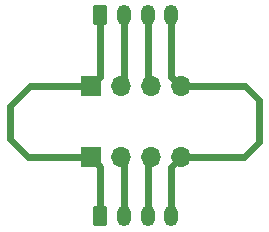
<source format=gbr>
%TF.GenerationSoftware,KiCad,Pcbnew,8.0.3*%
%TF.CreationDate,2024-06-30T10:21:18+01:00*%
%TF.ProjectId,JSTSH4pinBreakout,4a535453-4834-4706-996e-427265616b6f,rev?*%
%TF.SameCoordinates,Original*%
%TF.FileFunction,Copper,L1,Top*%
%TF.FilePolarity,Positive*%
%FSLAX46Y46*%
G04 Gerber Fmt 4.6, Leading zero omitted, Abs format (unit mm)*
G04 Created by KiCad (PCBNEW 8.0.3) date 2024-06-30 10:21:18*
%MOMM*%
%LPD*%
G01*
G04 APERTURE LIST*
G04 Aperture macros list*
%AMRoundRect*
0 Rectangle with rounded corners*
0 $1 Rounding radius*
0 $2 $3 $4 $5 $6 $7 $8 $9 X,Y pos of 4 corners*
0 Add a 4 corners polygon primitive as box body*
4,1,4,$2,$3,$4,$5,$6,$7,$8,$9,$2,$3,0*
0 Add four circle primitives for the rounded corners*
1,1,$1+$1,$2,$3*
1,1,$1+$1,$4,$5*
1,1,$1+$1,$6,$7*
1,1,$1+$1,$8,$9*
0 Add four rect primitives between the rounded corners*
20,1,$1+$1,$2,$3,$4,$5,0*
20,1,$1+$1,$4,$5,$6,$7,0*
20,1,$1+$1,$6,$7,$8,$9,0*
20,1,$1+$1,$8,$9,$2,$3,0*%
G04 Aperture macros list end*
%TA.AperFunction,ComponentPad*%
%ADD10RoundRect,0.250000X-0.350000X-0.625000X0.350000X-0.625000X0.350000X0.625000X-0.350000X0.625000X0*%
%TD*%
%TA.AperFunction,ComponentPad*%
%ADD11O,1.200000X1.750000*%
%TD*%
%TA.AperFunction,ComponentPad*%
%ADD12R,1.700000X1.700000*%
%TD*%
%TA.AperFunction,ComponentPad*%
%ADD13O,1.700000X1.700000*%
%TD*%
%TA.AperFunction,Conductor*%
%ADD14C,0.600000*%
%TD*%
G04 APERTURE END LIST*
D10*
%TO.P,J4,1,Pin_1*%
%TO.N,Net-(J1-Pin_1)*%
X109000000Y-70000000D03*
D11*
%TO.P,J4,2,Pin_2*%
%TO.N,Net-(J1-Pin_2)*%
X111000000Y-70000000D03*
%TO.P,J4,3,Pin_3*%
%TO.N,Net-(J1-Pin_3)*%
X113000000Y-70000000D03*
%TO.P,J4,4,Pin_4*%
%TO.N,Net-(J1-Pin_4)*%
X115000000Y-70000000D03*
%TD*%
D12*
%TO.P,J3,1,Pin_1*%
%TO.N,Net-(J1-Pin_1)*%
X108190000Y-65000000D03*
D13*
%TO.P,J3,2,Pin_2*%
%TO.N,Net-(J1-Pin_2)*%
X110730000Y-65000000D03*
%TO.P,J3,3,Pin_3*%
%TO.N,Net-(J1-Pin_3)*%
X113270000Y-65000000D03*
%TO.P,J3,4,Pin_4*%
%TO.N,Net-(J1-Pin_4)*%
X115810000Y-65000000D03*
%TD*%
D12*
%TO.P,J2,1,Pin_1*%
%TO.N,Net-(J1-Pin_1)*%
X108190000Y-59000000D03*
D13*
%TO.P,J2,2,Pin_2*%
%TO.N,Net-(J1-Pin_2)*%
X110730000Y-59000000D03*
%TO.P,J2,3,Pin_3*%
%TO.N,Net-(J1-Pin_3)*%
X113270000Y-59000000D03*
%TO.P,J2,4,Pin_4*%
%TO.N,Net-(J1-Pin_4)*%
X115810000Y-59000000D03*
%TD*%
D11*
%TO.P,J1,4,Pin_4*%
%TO.N,Net-(J1-Pin_4)*%
X115000000Y-53000000D03*
%TO.P,J1,3,Pin_3*%
%TO.N,Net-(J1-Pin_3)*%
X113000000Y-53000000D03*
%TO.P,J1,2,Pin_2*%
%TO.N,Net-(J1-Pin_2)*%
X111000000Y-53000000D03*
D10*
%TO.P,J1,1,Pin_1*%
%TO.N,Net-(J1-Pin_1)*%
X109000000Y-53000000D03*
%TD*%
D14*
%TO.N,Net-(J1-Pin_4)*%
X122428000Y-63754000D02*
X121182000Y-65000000D01*
X122428000Y-60198000D02*
X122428000Y-63754000D01*
X121182000Y-65000000D02*
X115810000Y-65000000D01*
X121230000Y-59000000D02*
X122428000Y-60198000D01*
X115810000Y-59000000D02*
X121230000Y-59000000D01*
%TO.N,Net-(J1-Pin_1)*%
X102846000Y-65000000D02*
X108190000Y-65000000D01*
X101346000Y-63500000D02*
X102846000Y-65000000D01*
X101346000Y-60706000D02*
X101346000Y-63500000D01*
X103052000Y-59000000D02*
X101346000Y-60706000D01*
X108190000Y-59000000D02*
X103052000Y-59000000D01*
%TO.N,Net-(J1-Pin_4)*%
X115000000Y-65810000D02*
X115810000Y-65000000D01*
X115000000Y-70000000D02*
X115000000Y-65810000D01*
%TO.N,Net-(J1-Pin_3)*%
X113000000Y-65270000D02*
X113270000Y-65000000D01*
X113000000Y-70000000D02*
X113000000Y-65270000D01*
%TO.N,Net-(J1-Pin_2)*%
X111000000Y-65270000D02*
X110730000Y-65000000D01*
X111000000Y-70000000D02*
X111000000Y-65270000D01*
%TO.N,Net-(J1-Pin_1)*%
X109000000Y-70000000D02*
X109000000Y-65810000D01*
X109000000Y-65810000D02*
X108190000Y-65000000D01*
X109000000Y-58190000D02*
X108190000Y-59000000D01*
X109000000Y-53000000D02*
X109000000Y-58190000D01*
%TO.N,Net-(J1-Pin_4)*%
X115000000Y-58190000D02*
X115810000Y-59000000D01*
X115000000Y-53000000D02*
X115000000Y-58190000D01*
%TO.N,Net-(J1-Pin_3)*%
X113000000Y-58730000D02*
X113270000Y-59000000D01*
X113000000Y-53000000D02*
X113000000Y-58730000D01*
%TO.N,Net-(J1-Pin_2)*%
X111000000Y-58730000D02*
X110730000Y-59000000D01*
X111000000Y-53000000D02*
X111000000Y-58730000D01*
%TD*%
M02*

</source>
